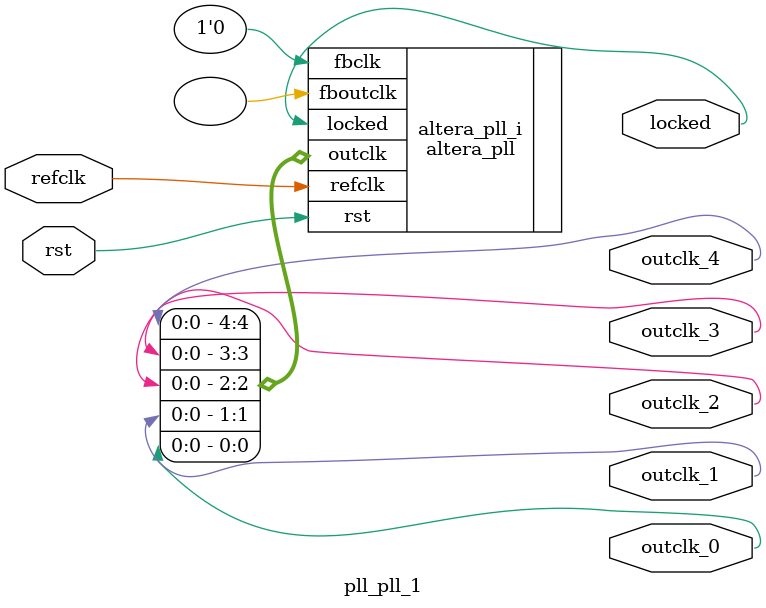
<source format=v>
`timescale 1ns/10ps
module  pll_pll_1(

	// interface 'refclk'
	input wire refclk,

	// interface 'reset'
	input wire rst,

	// interface 'outclk0'
	output wire outclk_0,

	// interface 'outclk1'
	output wire outclk_1,

	// interface 'outclk2'
	output wire outclk_2,

	// interface 'outclk3'
	output wire outclk_3,

	// interface 'outclk4'
	output wire outclk_4,

	// interface 'locked'
	output wire locked
);

	altera_pll #(
		.fractional_vco_multiplier("false"),
		.reference_clock_frequency("256.0 MHz"),
		.operation_mode("normal"),
		.number_of_clocks(5),
		.output_clock_frequency0("56.748768 MHz"),
		.phase_shift0("0 ps"),
		.duty_cycle0(50),
		.output_clock_frequency1("28.374384 MHz"),
		.phase_shift1("0 ps"),
		.duty_cycle1(50),
		.output_clock_frequency2("14.187192 MHz"),
		.phase_shift2("0 ps"),
		.duty_cycle2(50),
		.output_clock_frequency3("7.093596 MHz"),
		.phase_shift3("0 ps"),
		.duty_cycle3(50),
		.output_clock_frequency4("3.546798 MHz"),
		.phase_shift4("0 ps"),
		.duty_cycle4(50),
		.output_clock_frequency5("0 MHz"),
		.phase_shift5("0 ps"),
		.duty_cycle5(50),
		.output_clock_frequency6("0 MHz"),
		.phase_shift6("0 ps"),
		.duty_cycle6(50),
		.output_clock_frequency7("0 MHz"),
		.phase_shift7("0 ps"),
		.duty_cycle7(50),
		.output_clock_frequency8("0 MHz"),
		.phase_shift8("0 ps"),
		.duty_cycle8(50),
		.output_clock_frequency9("0 MHz"),
		.phase_shift9("0 ps"),
		.duty_cycle9(50),
		.output_clock_frequency10("0 MHz"),
		.phase_shift10("0 ps"),
		.duty_cycle10(50),
		.output_clock_frequency11("0 MHz"),
		.phase_shift11("0 ps"),
		.duty_cycle11(50),
		.output_clock_frequency12("0 MHz"),
		.phase_shift12("0 ps"),
		.duty_cycle12(50),
		.output_clock_frequency13("0 MHz"),
		.phase_shift13("0 ps"),
		.duty_cycle13(50),
		.output_clock_frequency14("0 MHz"),
		.phase_shift14("0 ps"),
		.duty_cycle14(50),
		.output_clock_frequency15("0 MHz"),
		.phase_shift15("0 ps"),
		.duty_cycle15(50),
		.output_clock_frequency16("0 MHz"),
		.phase_shift16("0 ps"),
		.duty_cycle16(50),
		.output_clock_frequency17("0 MHz"),
		.phase_shift17("0 ps"),
		.duty_cycle17(50),
		.pll_type("General"),
		.pll_subtype("General")
	) altera_pll_i (
		.rst	(rst),
		.outclk	({outclk_4, outclk_3, outclk_2, outclk_1, outclk_0}),
		.locked	(locked),
		.fboutclk	( ),
		.fbclk	(1'b0),
		.refclk	(refclk)
	);
endmodule


</source>
